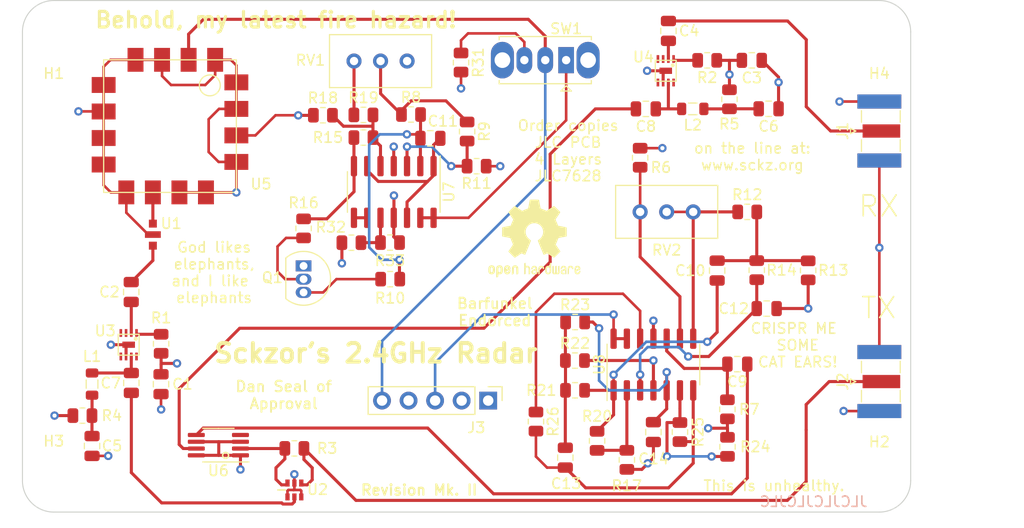
<source format=kicad_pcb>
(kicad_pcb (version 20211014) (generator pcbnew)
  (layers (0 "F.Cu" signal) (1 "In1.Cu" signal) (2 "In2.Cu" signal) (31 "B.Cu" signal) (34 "B.Paste" user) (35 "F.Paste" user) (36 "B.SilkS" user "B.Silkscreen") (37 "F.SilkS" user "F.Silkscreen") (38 "B.Mask" user) (39 "F.Mask" user) (44 "Edge.Cuts" user))
  (net 0 "")
  (net 1 "Earth")
  (net 2 "+5V")
  (net 3 "Net-(C2-Pad1)")
  (net 4 "Net-(C2-Pad2)")
  (net 5 "Net-(C4-Pad1)")
  (net 6 "Net-(C4-Pad2)")
  (net 7 "Net-(C5-Pad2)")
  (net 8 "Net-(C6-Pad2)")
  (net 9 "Net-(C7-Pad1)")
  (net 10 "Net-(C7-Pad2)")
  (net 11 "Net-(C8-Pad1)")
  (net 12 "Net-(C8-Pad2)")
  (net 13 "Net-(C9-Pad1)")
  (net 14 "Net-(C9-Pad2)")
  (net 15 "Net-(C10-Pad1)")
  (net 16 "Net-(C10-Pad2)")
  (net 17 "Net-(C11-Pad2)")
  (net 18 "Net-(C12-Pad1)")
  (net 19 "Net-(C13-Pad1)")
  (net 20 "Net-(C13-Pad2)")
  (net 21 "Net-(C14-Pad1)")
  (net 22 "Net-(AE1-Pad2)")
  (net 23 "Net-(J2-Pad1)")
  (net 24 "Net-(AE2-Pad2)")
  (net 25 "Net-(R1-Pad2)")
  (net 26 "Net-(R2-Pad2)")
  (net 27 "Net-(J3-Pad3)")
  (net 28 "Net-(R6-Pad2)")
  (net 29 "Net-(R12-Pad1)")
  (net 30 "Net-(J3-Pad5)")
  (net 31 "Net-(R17-Pad2)")
  (net 32 "Net-(R24-Pad2)")
  (net 33 "Net-(U1-Pad1)")
  (net 42 "Net-(Q1-Pad2)")
  (net 44 "Net-(R3-Pad1)")
  (net 46 "Net-(R31-Pad1)")
  (net 47 "Net-(C11-Pad1)")
  (net 48 "Net-(Q1-Pad3)")
  (net 49 "Net-(R26-Pad2)")
  (net 50 "Net-(R8-Pad1)")
  (net 51 "Net-(R11-Pad2)")
  (net 52 "Net-(R15-Pad1)")
  (net 53 "Net-(R15-Pad2)")
  (net 54 "Net-(R32-Pad2)")
  (net 55 "Net-(U7-Pad8)")
  (net 56 "Net-(SW1-Pad1)")
  (footprint "Capacitor_SMD:C_0805_2012Metric" (layer "F.Cu") (at 59.0325 33.1975)
    (fp_text reference "C11")
    (fp_text value "8 nF")
  )
  (footprint "Package_SO:MSOP-8_3x3mm_P0.65mm" (layer "F.Cu") (at 38.75 62.59 180)
    (fp_text reference "U6")
    (fp_text value "HMC213B")
  )
  (footprint "Package_SO:SOIC-14_3.9x8.7mm_P1.27mm" (layer "F.Cu") (at 80.38 54.8675 90)
    (fp_text reference "U8")
    (fp_text value "LMC6484")
  )
  (footprint "Resistor_SMD:R_0805_2012Metric" (layer "F.Cu") (at 55.1925 46.6875)
    (fp_text reference "R10")
    (fp_text value "51.1k")
  )
  (footprint "Symbol:OSHW-Logo2_9.8x8mm_SilkScreen" (layer "F.Cu") (at 68.99 42.79)
    (fp_text reference "REF**" hide)
    (fp_text value "OSHW-Logo2_9.8x8mm_SilkScreen" hide)
  )
  (footprint "MountingHole:MountingHole_2.7mm" (layer "F.Cu") (at 102 23)
    (fp_text reference "H4")
    (fp_text value "MountingHole")
  )
  (footprint "Resistor_SMD:R_0805_2012Metric" (layer "F.Cu") (at 61.97 25.94 -90)
    (fp_text reference "R31")
    (fp_text value "100k")
  )
  (footprint "Capacitor_SMD:C_0805_2012Metric" (layer "F.Cu") (at 81.8175 22.91 -90)
    (fp_text reference "C4")
    (fp_text value "100 nF")
  )
  (footprint "Resistor_SMD:R_0805_2012Metric" (layer "F.Cu") (at 63.4625 35.8675 180)
    (fp_text reference "R11")
    (fp_text value "51.1k")
  )
  (footprint "Resistor_SMD:R_0805_2012Metric" (layer "F.Cu") (at 69.14 60.33 90)
    (fp_text reference "R26")
    (fp_text value "47k")
  )
  (footprint "Capacitor_SMD:C_0805_2012Metric" (layer "F.Cu") (at 30.41 47.92 -90)
    (fp_text reference "C2")
    (fp_text value "100 nF")
  )
  (footprint "Resistor_SMD:R_0805_2012Metric" (layer "F.Cu") (at 62.5525 32.5475 -90)
    (fp_text reference "R9")
    (fp_text value "51.1k")
  )
  (footprint "Resistor_SMD:R_0805_2012Metric" (layer "F.Cu") (at 79.11 35.0575 -90)
    (fp_text reference "R6")
    (fp_text value "220")
  )
  (footprint "Capacitor_SMD:C_0805_2012Metric" (layer "F.Cu") (at 88.41 54.8275 180)
    (fp_text reference "C9")
    (fp_text value "1 uF")
  )
  (footprint "MountingHole:MountingHole_2.7mm" (layer "F.Cu") (at 23 23)
    (fp_text reference "H1")
    (fp_text value "MountingHole")
  )
  (footprint "Potentiometer_THT:Potentiometer_Bourns_3296W_Vertical" (layer "F.Cu") (at 56.81 25.7975)
    (fp_text reference "RV1")
    (fp_text value "100k")
  )
  (footprint "Resistor_SMD:R_0805_2012Metric" (layer "F.Cu") (at 90.27 45.8275 -90)
    (fp_text reference "R14")
    (fp_text value "7.15k")
  )
  (footprint "Resistor_SMD:R_0805_2012Metric" (layer "F.Cu") (at 55.1725 43.1875)
    (fp_text reference "R33")
    (fp_text value "10k")
  )
  (footprint "RadarProject:PDW06398" (layer "F.Cu") (at 46.6825 67.38125 180)
    (fp_text reference "U2")
    (fp_text value "PD2328J5050S2HF")
  )
  (footprint "RadarProject:BGU8052" (layer "F.Cu") (at 82.5625 25.73 -90)
    (fp_text reference "U4")
    (fp_text value "BGU8052")
  )
  (footprint "Package_TO_SOT_THT:TO-92L_Inline" (layer "F.Cu") (at 46.9025 45.42 -90)
    (fp_text reference "Q1")
    (fp_text value "Q_NPN_BCE")
  )
  (footprint "Resistor_SMD:R_0805_2012Metric" (layer "F.Cu") (at 95.19 45.8475 -90)
    (fp_text reference "R13")
    (fp_text value "102k")
  )
  (footprint "Capacitor_SMD:C_0805_2012Metric" (layer "F.Cu") (at 80.38 61.3375 -90)
    (fp_text reference "C14")
    (fp_text value "1 nF")
  )
  (footprint "Connector_Coaxial:SMA_Samtec_SMA-J-P-X-ST-EM1_EdgeMount" (layer "F.Cu") (at 102 56.5 90)
    (fp_text reference "J2")
    (fp_text value "Conn_Coaxial")
  )
  (footprint "Connector_Coaxial:SMA_Samtec_SMA-J-P-X-ST-EM1_EdgeMount" (layer "F.Cu") (at 102 32.5 90)
    (fp_text reference "J1")
    (fp_text value "Conn_Coaxial")
  )
  (footprint "Resistor_SMD:R_0805_2012Metric" (layer "F.Cu") (at 85.5275 25.73 180)
    (fp_text reference "R2")
    (fp_text value "5.1 k")
  )
  (footprint "Resistor_SMD:R_0805_2012Metric" (layer "F.Cu") (at 89.36 40.2475)
    (fp_text reference "R12")
    (fp_text value "8.45k")
  )
  (footprint "Resistor_SMD:R_0805_2012Metric" (layer "F.Cu") (at 87.47 62.75 -90)
    (fp_text reference "R24")
    (fp_text value "1.62k")
  )
  (footprint "Resistor_SMD:R_0805_2012Metric" (layer "F.Cu") (at 25.74 59.76)
    (fp_text reference "R4")
    (fp_text value "10")
  )
  (footprint "Connector_PinHeader_2.54mm:PinHeader_1x05_P2.54mm_Vertical" (layer "F.Cu") (at 64.57 58.32 -90)
    (fp_text reference "J3")
    (fp_text value "Conn_01x05")
  )
  (footprint "Capacitor_SMD:C_0805_2012Metric" (layer "F.Cu") (at 91.4075 30.37 180)
    (fp_text reference "C6")
    (fp_text value "10 pF")
  )
  (footprint "Resistor_SMD:R_0805_2012Metric" (layer "F.Cu") (at 46.9025 41.8275 90)
    (fp_text reference "R16")
    (fp_text value "200k")
  )
  (footprint "Package_SO:SOIC-14_3.9x8.7mm_P1.27mm" (layer "F.Cu") (at 55.5325 38.3375 -90)
    (fp_text reference "U7")
    (fp_text value "LMC6484")
  )
  (footprint "Capacitor_SMD:C_0805_2012Metric" (layer "F.Cu") (at 91.22 49.5075)
    (fp_text reference "C12")
    (fp_text value "1 nF")
  )
  (footprint "Resistor_SMD:R_0805_2012Metric" (layer "F.Cu") (at 52.6325 33.1275 180)
    (fp_text reference "R15")
    (fp_text value "1k")
  )
  (footprint "Resistor_SMD:R_0805_2012Metric" (layer "F.Cu") (at 48.7525 30.9875)
    (fp_text reference "R18")
    (fp_text value "100k")
  )
  (footprint "Resistor_SMD:R_0805_2012Metric" (layer "F.Cu") (at 51.4825 43.1975)
    (fp_text reference "R32")
    (fp_text value "10k")
  )
  (footprint "Capacitor_SMD:C_0805_2012Metric" (layer "F.Cu") (at 30.42 56.63 -90)
    (fp_text reference "C7")
    (fp_text value "100 nF")
  )
  (footprint "Resistor_SMD:R_0805_2012Metric" (layer "F.Cu") (at 77.84 63.9975 90)
    (fp_text reference "R17")
    (fp_text value "12.1k")
  )
  (footprint "Resistor_SMD:R_0805_2012Metric" (layer "F.Cu") (at 74.99 62.1775 90)
    (fp_text reference "R20")
    (fp_text value "1k")
  )
  (footprint "Resistor_SMD:R_0805_2012Metric" (layer "F.Cu") (at 72.87 54.4875)
    (fp_text reference "R22")
    (fp_text value "102k")
  )
  (footprint "Resistor_SMD:R_0805_2012Metric" (layer "F.Cu") (at 87.46 59.1575 90)
    (fp_text reference "R7")
    (fp_text value "10k")
  )
  (footprint "Inductor_SMD:L_0805_2012Metric" (layer "F.Cu") (at 84.1475 30.38 180)
    (fp_text reference "L2")
    (fp_text value "15 nH")
  )
  (footprint "Capacitor_SMD:C_0805_2012Metric" (layer "F.Cu") (at 89.7975 25.73 180)
    (fp_text reference "C3")
    (fp_text value "5.6 nF")
  )
  (footprint "Resistor_SMD:R_0805_2012Metric" (layer "F.Cu") (at 33.27 52.88 90)
    (fp_text reference "R1")
    (fp_text value "5.1 k")
  )
  (footprint "MountingHole:MountingHole_2.7mm" (layer "F.Cu") (at 23 66)
    (fp_text reference "H3")
    (fp_text value "MountingHole")
  )
  (footprint "Inductor_SMD:L_0805_2012Metric" (layer "F.Cu") (at 26.66 56.74 90)
    (fp_text reference "L1")
    (fp_text value "15 nH")
  )
  (footprint "Potentiometer_THT:Potentiometer_Bourns_3296W_Vertical" (layer "F.Cu") (at 79.11 40.2475 180)
    (fp_text reference "RV2")
    (fp_text value "10k")
  )
  (footprint "Resistor_SMD:R_0805_2012Metric" (layer "F.Cu") (at 57.1825 30.9175)
    (fp_text reference "R8")
    (fp_text value "100k")
  )
  (footprint "Resistor_SMD:R_0805_2012Metric" (layer "F.Cu") (at 82.92 61.3375 -90)
    (fp_text reference "R25")
    (fp_text value "1k")
  )
  (footprint "Capacitor_SMD:C_0805_2012Metric" (layer "F.Cu") (at 86.48 45.8675 90)
    (fp_text reference "C10")
    (fp_text value "1 nF")
  )
  (footprint "RadarProject:BGU8052" (layer "F.Cu") (at 31.165 51.97 -90)
    (fp_text reference "U3")
    (fp_text value "BGU8052")
  )
  (footprint "RadarProject:CVCO55CC-2230-2430" (layer "F.Cu") (at 40.47 38.38 180)
    (fp_text reference "U5")
    (fp_text value "CVCO55CC-2230-2430")
  )
  (footprint "Resistor_SMD:R_0805_2012Metric" (layer "F.Cu") (at 52.63 30.9575)
    (fp_text reference "R19")
    (fp_text value "100k")
  )
  (footprint "Resistor_SMD:R_0805_2012Metric" (layer "F.Cu") (at 72.89 50.7975)
    (fp_text reference "R23")
    (fp_text value "7.15k")
  )
  (footprint "Capacitor_SMD:C_0805_2012Metric" (layer "F.Cu") (at 79.6575 30.38 180)
    (fp_text reference "C8")
    (fp_text value "100 nF")
  )
  (footprint "RadarProject:TFA20C03DBER" (layer "F.Cu") (at 32.48 41.37 -90)
    (fp_text reference "U1")
    (fp_text value "AT0603T03ECATD")
  )
  (footprint "Capacitor_SMD:C_0805_2012Metric" (layer "F.Cu") (at 26.66 62.67 90)
    (fp_text reference "C5")
    (fp_text value "10 pF")
  )
  (footprint "Button_Switch_THT:SW_Slide_1P2T_CK_OS102011MS2Q" (layer "F.Cu") (at 72.03 25.71 180)
    (fp_text reference "SW1")
    (fp_text value "SW_SPDT")
  )
  (footprint "Capacitor_SMD:C_0805_2012Metric" (layer "F.Cu") (at 71.95 63.7875 90)
    (fp_text reference "C13")
    (fp_text value "1 nF")
  )
  (footprint "Capacitor_SMD:C_0805_2012Metric" (layer "F.Cu") (at 33.26 56.75 90)
    (fp_text reference "C1")
    (fp_text value "5.6 nF")
  )
  (footprint "MountingHole:MountingHole_2.7mm" (layer "F.Cu") (at 102 66)
    (fp_text reference "H2")
    (fp_text value "MountingHole")
  )
  (footprint "Resistor_SMD:R_0805_2012Metric" (layer "F.Cu") (at 87.6575 29.46 -90)
    (fp_text reference "R5")
    (fp_text value "10")
  )
  (footprint "Resistor_SMD:R_0805_2012Metric" (layer "F.Cu") (at 46.0225 62.90125)
    (fp_text reference "R3")
    (fp_text value "100")
  )
  (footprint "Resistor_SMD:R_0805_2012Metric" (layer "F.Cu") (at 72.88 57.3375 180)
    (fp_text reference "R21")
    (fp_text value "8.45k")
  )
  (gr_circle (center 39.44 63.57) (end 39.69 63.7) (layer "F.SilkS") (width 0.15) (fill none))
  (gr_circle (center 30.84 52.41) (end 30.87 52.43) (layer "F.SilkS") (width 0.15) (fill none))
  (gr_circle (center 82.23 26.21) (end 82.26 26.21) (layer "F.SilkS") (width 0.15) (fill none))
  (gr_line (start 45.16 66.88) (end 44.44 66.88) (layer "F.SilkS") (width 0.15))
  (gr_line (start 102 20) (end 23 20) (layer "Edge.Cuts") (width 0.1))
  (gr_arc (start 102 20) (mid 104.12132 20.87868) (end 105 23) (layer "Edge.Cuts") (width 0.1))
  (gr_arc (start 23 69) (mid 20.87868 68.12132) (end 20 66) (layer "Edge.Cuts") (width 0.1))
  (gr_line (start 105 23) (end 105 66) (layer "Edge.Cuts") (width 0.1))
  (gr_line (start 23 69) (end 102 69) (layer "Edge.Cuts") (width 0.1))
  (gr_arc (start 105 66) (mid 104.12132 68.12132) (end 102 69) (layer "Edge.Cuts") (width 0.1))
  (gr_line (start 20 23) (end 20 66) (layer "Edge.Cuts") (width 0.1))
  (gr_arc (start 20 23) (mid 20.87868 20.87868) (end 23 20) (layer "Edge.Cuts") (width 0.1))
  (gr_text "JLCJLCJLCJLC" (at 95.71 68) (layer "B.SilkS") (effects (font (size 1 1)) (justify mirror)))
  (gr_text "Revision Mk. II" (at 57.96 66.89) (layer "F.SilkS") (effects (font (size 1 1) (thickness 0.2))))
  (gr_text "CRISPR ME \nSOME\nCAT EARS!" (at 94.19 53.02) (layer "F.SilkS") (effects (font (size 1 1))))
  (gr_text "Sckzor's 2.4GHz Radar" (at 53.82 53.78) (layer "F.SilkS") (effects (font (size 1.778 1.778) (thickness 0.381))))
  (gr_text "This is unhealthy." (at 91.92 66.48) (layer "F.SilkS") (effects (font (size 1 1))))
  (gr_text "Behold, my latest fire hazard!" (at 44.26 21.86) (layer "F.SilkS") (effects (font (size 1.5 1.5) (thickness 0.3))))
  (gr_text "God likes\nelephants,\nand I like \nelephants\n" (at 38.34 46.05) (layer "F.SilkS") (effects (font (size 1 1))))
  (gr_text "on the line at:\nwww.sckz.org" (at 89.85 34.95) (layer "F.SilkS") (effects (font (size 1 1))))
  (gr_text "Barfunkel\nEndorced" (at 65.2 49.84) (layer "F.SilkS") (effects (font (size 1.016 1.016) (thickness 0.1778))))
  (gr_text "TX" (at 101.94 49.44) (layer "F.SilkS") (effects (font (size 2 2))))
  (gr_text "RX" (at 101.94 39.7) (layer "F.SilkS") (effects (font (size 2 2))))
  (gr_text "Dan Seal of\nApproval" (at 45 57.79) (layer "F.SilkS") (effects (font (size 1.016 1.016) (thickness 0.1778))))
  (gr_text "Order copies\nJLC PCB\n4 Layers\nJLC7628" (at 72.22 34.39) (layer "F.SilkS") (effects (font (size 1 1))))
  (segment (start 38.44 25.68) (end 39.94 25.68) (width 0.25) (layer "F.Cu") (net 1))
  (segment (start 28.46 52.97) (end 30.165 52.97) (width 0.293) (layer "F.Cu") (net 1))
  (segment (start 29.94 40.3225) (end 29.94 38.38) (width 0.25) (layer "F.Cu") (net 1))
  (segment (start 27.76 30.62) (end 27.77 30.63) (width 0.25) (layer "F.Cu") (net 1))
  (segment (start 46.5975 66.88125) (end 45.9475 66.88125) (width 0.25) (layer "F.Cu") (net 1))
  (segment (start 92.3575 27.83) (end 92.3575 30.37) (width 0.293) (layer "F.Cu") (net 1))
  (segment (start 51.73 30.945) (end 51.73 25.7975) (width 0.293) (layer "F.Cu") (net 1))
  (segment (start 45.3625 66.96625) (end 45.4475 66.88125) (width 0.25) (layer "F.Cu") (net 1))
  (segment (start 46.02 65.38) (end 46.02 66.38875) (width 0.25) (layer "F.Cu") (net 1))
  (segment (start 25.36 30.62) (end 27.76 30.62) (width 0.25) (layer "F.Cu") (net 1))
  (segment (start 29.915 53.97) (end 29.915 53.22) (width 0.293) (layer "F.Cu") (net 1))
  (segment (start 33.36 25.68) (end 33.36 27.23) (width 0.25) (layer "F.Cu") (net 1))
  (segment (start 27.77 35.71) (end 27.77 33.17) (width 0.25) (layer "F.Cu") (net 1))
  (segment (start 46.6825 66.96625) (end 46.5975 66.88125) (width 0.25) (layer "F.Cu") (net 1))
  (segment (start 55.55 38.68) (end 55.55 40.795) (width 0.293) (layer "F.Cu") (net 1))
  (segment (start 46.02 66.38875) (end 46.0225 66.39125) (width 0.25) (layer "F.Cu") (net 1))
  (segment (start 40.47 27.84) (end 40.47 30.38) (width 0.25) (layer "F.Cu") (net 1))
  (segment (start 65.72 35.87) (end 64.3775 35.87) (width 0.25) (layer "F.Cu") (net 1))
  (segment (start 38.77 35.46) (end 37.82 34.51) (width 0.25) (layer "F.Cu") (net 1))
  (segment (start 56.07 43.2025) (end 56.085 43.1875) (width 0.25) (layer "F.Cu") (net 1))
  (segment (start 28.46 38.38) (end 27.77 37.69) (width 0.25) (layer "F.Cu") (net 1))
  (segment (start 45.4475 66.88125) (end 45.9475 66.88125) (width 0.25) (layer "F.Cu") (net 1))
  (segment (start 27.77 37.69) (end 27.77 35.71) (width 0.25) (layer "F.Cu") (net 1))
  (segment (start 92.3575 27.83) (end 92.3575 27.34) (width 0.293) (layer "F.Cu") (net 1))
  (segment (start 27.77 28.09) (end 27.77 30.63) (width 0.25) (layer "F.Cu") (net 1))
  (segment (start 34.22 28.09) (end 37.5 28.09) (width 0.25) (layer "F.Cu") (net 1))
  (segment (start 46.6825 67.38125) (end 46.6825 66.96625) (width 0.25) (layer "F.Cu") (net 1))
  (segment (start 39.94 25.68) (end 40.47 26.21) (width 0.25) (layer "F.Cu") (net 1))
  (segment (start 80.38 50.67) (end 80.38 52.3925) (width 0.293) (layer "F.Cu") (net 1))
  (segment (start 36.6375 62.265) (end 38.785 62.265) (width 0.293) (layer "F.Cu") (net 1))
  (segment (start 38.785 62.265) (end 40.8625 62.265) (width 0.293) (layer "F.Cu") (net 1))
  (segment (start 51.7175 30.9575) (end 51.73 30.945) (width 0.25) (layer "F.Cu") (net 1))
  (segment (start 64.3775 35.87) (end 64.375 35.8675) (width 0.25) (layer "F.Cu") (net 1))
  (segment (start 81.3125 27.73) (end 81.3125 26.98) (width 0.293) (layer "F.Cu") (net 1))
  (segment (start 64.56 58.31) (end 64.57 58.32) (width 0.25) (layer "F.Cu") (net 1))
  (segment (start 38.44 27.15) (end 38.44 25.68) (width 0.25) (layer "F.Cu") (net 1))
  (segment (start 33.26 57.7) (end 33.26 59.16) (width 0.25) (layer "F.Cu") (net 1))
  (segment (start 32.48 42.42) (end 32.0375 42.42) (width 0.25) (layer "F.Cu") (net 1))
  (segment (start 37.56 38.38) (end 35.02 38.38) (width 0.25) (layer "F.Cu") (net 1))
  (segment (start 46.0225 66.6125) (end 46.0225 66.39125) (width 0.25) (layer "F.Cu") (net 1))
  (segment (start 40.47 26.21) (end 40.47 27.84) (width 0.25) (layer "F.Cu") (net 1))
  (segment (start 55.5325 40.8125) (end 55.5325 42.635) (width 0.293) (layer "F.Cu") (net 1))
  (segment (start 36.6375 63.565) (end 38.785 63.565) (width 0.293) (layer "F.Cu") (net 1))
  (segment (start 27.77 26.34) (end 28.43 25.68) (width 0.25) (layer "F.Cu") (net 1))
  (segment (start 79.7775 26.73) (end 79.8125 26.73) (width 0.25) (layer "F.Cu") (net 1))
  (segment (start 61.97 26.8525) (end 61.97 28.42) (width 0.25) (layer "F.Cu") (net 1))
  (segment (start 38.785 63.565) (end 40.8625 63.565) (width 0.293) (layer "F.Cu") (net 1))
  (segment (start 28.21 63.62) (end 26.66 63.62) (width 0.25) (layer "F.Cu") (net 1))
  (segment (start 55.55 40.795) (end 55.5325 40.8125) (width 0.25) (layer "F.Cu") (net 1))
  (segment (start 81.3125 26.98) (end 81.5625 26.73) (width 0.25) (layer "F.Cu") (net 1))
  (segment (start 55.5325 42.635) (end 56.085 43.1875) (width 0.293) (layer "F.Cu") (net 1))
  (segment (start 40.47 38.38) (end 40.47 35.46) (width 0.25) (layer "F.Cu") (net 1))
  (segment (start 37.5 28.09) (end 38.44 27.15) (width 0.25) (layer "F.Cu") (net 1))
  (segment (start 28.43 25.68) (end 30.82 25.68) (width 0.25) (layer "F.Cu") (net 1))
  (segment (start 38.785 62.265) (end 38.785 63.565) (width 0.293) (layer "F.Cu") (net 1))
  (segment (start 37.82 34.51) (end 37.82 31.37) (width 0.25) (layer "F.Cu") (net 1))
  (segment (start 45.3625 67.38125) (end 45.3625 66.96625) (width 0.25) (layer "F.Cu") (net 1))
  (segment (start 32.0375 42.42) (end 29.94 40.3225) (width 0.25) (layer "F.Cu") (net 1))
  (segment (start 33.36 27.23) (end 34.22 28.09) (width 0.25) (layer "F.Cu") (net 1))
  (segment (start 64.375 35.8675) (end 64.37 35.8725) (width 0.25) (layer "F.Cu") (net 1))
  (segment (start 29.915 53.22) (end 30.165 52.97) (width 0.25) (layer "F.Cu") (net 1))
  (segment (start 27.77 33.17) (end 27.77 30.63) (width 0.25) (layer "F.Cu") (net 1))
  (segment (start 40.8625 63.565) (end 40.8625 64.9175) (width 0.293) (layer "F.Cu") (net 1))
  (segment (start 40.47 35.46) (end 38.77 35.46) (width 0.25) (layer "F.Cu") (net 1))
  (segment (start 45.9475 66.88125) (end 46.0225 66.80625) (width 0.25) (layer "F.Cu") (net 1))
  (segment (start 92.3575 27.34) (end 90.7475 25.73) (width 0.293) (layer "F.Cu") (net 1))
  (segment (start 38.81 30.38) (end 40.47 30.38) (width 0.25) (layer "F.Cu") (net 1))
  (segment (start 46.0225 66.80625) (end 46.0225 66.39125) (width 0.25) (layer "F.Cu") (net 1))
  (segment (start 29.94 38.38) (end 28.46 38.38) (width 0.25) (layer "F.Cu") (net 1))
  (segment (start 79.7775 26.73) (end 81.5625 26.73) (width 0.293) (layer "F.Cu") (net 1))
  (segment (start 40.8625 64.9175) (end 40.86 64.92) (width 0.25) (layer "F.Cu") (net 1))
  (segment (start 33.26 59.16) (end 33.27 59.17) (width 0.25) (layer "F.Cu") (net 1))
  (segment (start 30.82 25.68) (end 33.36 25.68) (width 0.25) (layer "F.Cu") (net 1))
  (segment (start 40.47 38.38) (end 37.56 38.38) (width 0.25) (layer "F.Cu") (net 1))
  (segment (start 37.82 31.37) (end 38.81 30.38) (width 0.25) (layer "F.Cu") (net 1))
  (segment (start 27.77 28.09) (end 27.77 26.34) (width 0.25) (layer "F.Cu") (net 1))
  (via (at 61.97 28.42) (size 0.8) (drill 0.4) (layers "F.Cu" "B.Cu") (net 1))
  (via (at 28.46 52.97) (size 0.8) (drill 0.4) (layers "F.Cu" "B.Cu") (net 1))
  (via (at 33.27 59.17) (size 0.8) (drill 0.4) (layers "F.Cu" "B.Cu") (net 1))
  (via (at 92.3575 27.83) (size 0.8) (drill 0.4) (layers "F.Cu" "B.Cu") (net 1))
  (via (at 40.86 64.92) (size 0.8) (drill 0.4) (layers "F.Cu" "B.Cu") (net 1))
  (via (at 98.19 29.68) (size 0.8) (drill 0.4) (layers "F.Cu" "B.Cu") (net 1))
  (via (at 102 43.68) (size 0.8) (drill 0.4) (layers "F.Cu" "B.Cu") (net 1))
  (via (at 40.47 38.38) (size 0.8) (drill 0.4) (layers "F.Cu" "B.Cu") (net 1))
  (via (at 46.02 65.38) (size 0.8) (drill 0.4) (layers "F.Cu" "B.Cu") (net 1))
  (via (at 65.72 35.87) (size 0.8) (drill 0.4) (layers "F.Cu" "B.Cu") (net 1))
  (via (at 25.36 30.62) (size 0.8) (drill 0.4) (layers "F.Cu" "B.Cu") (net 1))
  (via (at 80.38 50.67) (size 0.8) (drill 0.4) (layers "F.Cu" "B.Cu") (net 1))
  (via (at 55.55 38.68) (size 0.8) (drill 0.4) (layers "F.Cu" "B.Cu") (net 1))
  (via (at 28.21 63.62) (size 0.8) (drill 0.4) (layers "F.Cu" "B.Cu") (net 1))
  (via (at 98.58 59.32) (size 0.8) (drill 0.4) (layers "F.Cu" "B.Cu") (net 1))
  (via (at 79.7775 26.73) (size 0.8) (drill 0.4) (layers "F.Cu" "B.Cu") (net 1))
  (segment (start 92.1775 49.5) (end 92.17 49.5075) (width 0.25) (layer "F.Cu") (net 2))
  (segment (start 87.6575 27.09) (end 87.6575 25.74) (width 0.293) (layer "F.Cu") (net 2))
  (segment (start 86.44 25.73) (end 87.6475 25.73) (width 0.293) (layer "F.Cu") (net 2))
  (segment (start 87.6575 27.09) (end 87.6575 28.5675) (width 0.293) (layer "F.Cu") (net 2))
  (segment (start 73.79 54.48) (end 73.7825 54.4875) (width 0.25) (layer "F.Cu") (net 2))
  (segment (start 55.53 35.86) (end 55.5325 35.8625) (width 0.25) (layer "F.Cu") (net 2))
  (segment (start 46.38 30.99) (end 46.39 31) (width 0.25) (layer "F.Cu") (net 2))
  (segment (start 80.38 63.8075) (end 79.2775 64.91) (width 0.293) (layer "F.Cu") (net 2))
  (segment (start 40.47 32.92) (end 42.29 32.92) (width 0.25) (layer "F.Cu") (net 2))
  (segment (start 33.27 53.7925) (end 33.27 54.85) (width 0.293) (layer "F.Cu") (net 2))
  (segment (start 81.24 34.14) (end 79.115 34.14) (width 0.25) (layer "F.Cu") (net 2))
  (segment (start 87.47 60.97) (end 87.47 61.8375) (width 0.293) (layer "F.Cu") (net 2))
  (segment (start 87.46 60.96) (end 87.47 60.97) (width 0.25) (layer "F.Cu") (net 2))
  (segment (start 80.38 54.48) (end 73.79 54.48) (width 0.293) (layer "F.Cu") (net 2))
  (segment (start 33.36 54.76) (end 33.27 54.85) (width 0.25) (layer "F.Cu") (net 2))
  (segment (start 80.38 57.3425) (end 80.38 54.48) (width 0.293) (layer "F.Cu") (net 2))
  (segment (start 87.6575 25.74) (end 87.6475 25.73) (width 0.25) (layer "F.Cu") (net 2))
  (segment (start 85.62 60.97) (end 87.47 60.97) (width 0.293) (layer "F.Cu") (net 2))
  (segment (start 79.2775 64.91) (end 77.84 64.91) (width 0.293) (layer "F.Cu") (net 2))
  (segment (start 34.79 54.76) (end 33.36 54.76) (width 0.293) (layer "F.Cu") (net 2))
  (segment (start 95.19 49.5) (end 95.19 46.76) (width 0.293) (layer "F.Cu") (net 2))
  (segment (start 46.39 31) (end 47.8275 31) (width 0.293) (layer "F.Cu") (net 2))
  (segment (start 80.38 62.2875) (end 80.38 63.8075) (width 0.293) (layer "F.Cu") (net 2))
  (segment (start 33.27 55.79) (end 33.26 55.8) (width 0.25) (layer "F.Cu") (net 2))
  (segment (start 44.22 30.99) (end 46.38 30.99) (width 0.25) (layer "F.Cu") (net 2))
  (segment (start 87.6475 25.73) (end 88.8475 25.73) (width 0.293) (layer "F.Cu") (net 2))
  (segment (start 95.19 49.5) (end 92.1775 49.5) (width 0.293) (layer "F.Cu") (net 2))
  (segment (start 23.07 59.76) (end 24.8275 59.76) (width 0.293) (layer "F.Cu") (net 2))
  (segment (start 33.27 54.85) (end 33.27 55.79) (width 0.293) (layer "F.Cu") (net 2))
  (segment (start 87.46 60.07) (end 87.46 60.96) (width 0.293) (layer "F.Cu") (net 2))
  (segment (start 79.115 34.14) (end 79.11 34.145) (width 0.25) (layer "F.Cu") (net 2))
  (segment (start 42.29 32.92) (end 44.22 30.99) (width 0.25) (layer "F.Cu") (net 2))
  (segment (start 50.57 45.17) (end 50.57 43.1975) (width 0.293) (layer "F.Cu") (net 2))
  (segment (start 55.53 34) (end 55.53 35.86) (width 0.293) (layer "F.Cu") (net 2))
  (segment (start 47.8275 31) (end 47.84 30.9875) (width 0.25) (layer "F.Cu") (net 2))
  (via (at 80.38 54.48) (size 0.8) (drill 0.4) (layers "F.Cu" "B.Cu") (net 2))
  (via (at 55.53 34) (size 0.8) (drill 0.4) (layers "F.Cu" "B.Cu") (net 2))
  (via (at 50.57 45.17) (size 0.8) (drill 0.4) (layers "F.Cu" "B.Cu") (net 2))
  (via (at 85.62 60.97) (size 0.8) (drill 0.4) (layers "F.Cu" "B.Cu") (net 2))
  (via (at 81.24 34.14) (size 0.8) (drill 0.4) (layers "F.Cu" "B.Cu") (net 2))
  (via (at 95.19 49.5) (size 0.8) (drill 0.4) (layers "F.Cu" "B.Cu") (net 2))
  (via (at 46.39 31) (size 0.8) (drill 0.4) (layers "F.Cu" "B.Cu") (net 2))
  (via (at 87.6575 27.09) (size 0.8) (drill 0.4) (layers "F.Cu" "B.Cu") (net 2))
  (via (at 34.79 54.76) (size 0.8) (drill 0.4) (layers "F.Cu" "B.Cu") (net 2))
  (via (at 23.07 59.76) (size 0.8) (drill 0.4) (layers "F.Cu" "B.Cu") (net 2))
  (via (at 79.84 64.33) (size 0.8) (drill 0.4) (layers "F.Cu" "B.Cu") (net 2))
  (segment (start 32.48 44.9) (end 30.41 46.97) (width 0.293) (layer "F.Cu") (net 3))
  (segment (start 32.48 43.48) (end 32.48 44.9) (width 0.293) (layer "F.Cu") (net 3))
  (segment (start 30.415 51.97) (end 30.415 48.875) (width 0.293) (layer "F.Cu") (net 4))
  (segment (start 30.415 48.875) (end 30.41 48.87) (width 0.25) (layer "F.Cu") (net 4))
  (segment (start 81.8175 21.96) (end 93.22 21.96) (width 0.293) (layer "F.Cu") (net 5))
  (segment (start 95.01 30.17) (end 97.34 32.5) (width 0.293) (layer "F.Cu") (net 5))
  (segment (start 97.34 32.5) (end 102 32.5) (width 0.293) (layer "F.Cu") (net 5))
  (segment (start 95.01 23.75) (end 95.01 30.17) (width 0.293) (layer "F.Cu") (net 5))
  (segment (start 93.22 21.96) (end 95.01 23.75) (width 0.293) (layer "F.Cu") (net 5))
  (segment (start 81.8125 23.865) (end 81.8175 23.86) (width 0.25) (layer "F.Cu") (net 6))
  (segment (start 81.8125 25.73) (end 81.8125 23.865) (width 0.293) (layer "F.Cu") (net 6))
  (segment (start 26.66 57.8025) (end 26.66 59.7525) (width 0.293) (layer "F.Cu") (net 7))
  (segment (start 26.6525 61.7125) (end 26.66 61.72) (width 0.25) (layer "F.Cu") (net 7))
  (segment (start 26.6525 59.76) (end 26.6525 61.7125) (width 0.293) (layer "F.Cu") (net 7))
  (segment (start 26.66 59.7525) (end 26.6525 59.76) (width 0.25) (layer "F.Cu") (net 7))
  (segment (start 87.66 30.37) (end 87.6575 30.3725) (width 0.25) (layer "F.Cu") (net 8))
  (segment (start 85.21 30.38) (end 87.65 30.38) (width 0.293) (layer "F.Cu") (net 8))
  (segment (start 87.65 30.38) (end 87.6575 30.3725) (width 0.25) (layer "F.Cu") (net 8))
  (segment (start 90.4575 30.37) (end 87.66 30.37) (width 0.293) (layer "F.Cu") (net 8))
  (segment (start 30.415 55.675) (end 30.42 55.68) (width 0.25) (layer "F.Cu") (net 9))
  (segment (start 30.415 53.97) (end 30.415 55.675) (width 0.293) (layer "F.Cu") (net 9))
  (segment (start 30.4175 55.6775) (end 30.42 55.68) (width 0.25) (layer "F.Cu") (net 9))
  (segment (start 26.66 55.6775) (end 30.4175 55.6775) (width 0.293) (layer "F.Cu") (net 9))
  (segment (start 44.91875 68.22775) (end 45.81225 68.22775) (width 0.293) (layer "F.Cu") (net 10))
  (segment (start 45.81225 68.22775) (end 46.0225 68.0175) (width 0.293) (layer "F.Cu") (net 10))
  (segment (start 30.42 57.58) (end 30.42 65.22) (width 0.293) (layer "F.Cu") (net 10))
  (segment (start 44.811 68.12) (end 44.91875 68.22775) (width 0.293) (layer "F.Cu") (net 10))
  (segment (start 46.0225 68.0175) (end 46.0225 67.38125) (width 0.293) (layer "F.Cu") (net 10))
  (segment (start 33.32 68.12) (end 44.811 68.12) (width 0.293) (layer "F.Cu") (net 10))
  (segment (start 30.42 65.22) (end 33.32 68.12) (width 0.293) (layer "F.Cu") (net 10))
  (segment (start 81.8175 30.38) (end 80.6075 30.38) (width 0.293) (layer "F.Cu") (net 11))
  (segment (start 83.085 30.38) (end 81.8175 30.38) (width 0.293) (layer "F.Cu") (net 11))
  (segment (start 81.8125 27.73) (end 81.8125 30.375) (width 0.293) (layer "F.Cu") (net 11))
  (segment (start 81.8175 30.38) (end 81.8125 30.375) (width 0.25) (layer "F.Cu") (net 11))
  (segment (start 70.5 45.05) (end 70.5 34.71) (width 0.293) (layer "F.Cu") (net 12))
  (segment (start 74.83 30.38) (end 78.7075 30.38) (width 0.293) (layer "F.Cu") (net 12))
  (segment (start 40.79 51.39) (end 64.16 51.39) (width 0.293) (layer "F.Cu") (net 12))
  (segment (start 35 62.53) (end 35 57.18) (width 0.293) (layer "F.Cu") (net 12))
  (segment (start 70.5 34.71) (end 74.83 30.38) (width 0.293) (layer "F.Cu") (net 12))
  (segment (start 35.385 62.915) (end 35 62.53) (width 0.293) (layer "F.Cu") (net 12))
  (segment (start 64.16 51.39) (end 70.5 45.05) (width 0.293) (layer "F.Cu") (net 12))
  (segment (start 36.6375 62.915) (end 35.385 62.915) (width 0.293) (layer "F.Cu") (net 12))
  (segment (start 35 57.18) (end 40.79 51.39) (width 0.293) (layer "F.Cu") (net 12))
  (segment (start 89.37 65.74) (end 89.37 54.8375) (width 0.293) (layer "F.Cu") (net 13))
  (segment (start 58.78 60.95) (end 65.08 67.25) (width 0.293) (layer "F.Cu") (net 13))
  (segment (start 89.37 54.8375) (end 89.36 54.8275) (width 0.25) (layer "F.Cu") (net 13))
  (segment (start 37.3025 60.95) (end 58.78 60.95) (width 0.293) (layer "F.Cu") (net 13))
  (segment (start 36.6375 61.615) (end 37.3025 60.95) (width 0.293) (layer "F.Cu") (net 13))
  (segment (start 65.08 67.25) (end 87.86 67.25) (width 0.293) (layer "F.Cu") (net 13))
  (segment (start 87.86 67.25) (end 89.37 65.74) (width 0.293) (layer "F.Cu") (net 13))
  (segment (start 87.46 54.8275) (end 87.0475 55.24) (width 0.293) (layer "F.Cu") (net 14))
  (segment (start 87.46 54.8275) (end 87.46 58.245) (width 0.293) (layer "F.Cu") (net 14))
  (segment (start 83.3225 55.24) (end 81.65 53.5675) (width 0.293) (layer "F.Cu") (net 14))
  (segment (start 87.0475 55.24) (end 83.3225 55.24) (width 0.293) (layer "F.Cu") (net 14))
  (segment (start 81.65 53.5675) (end 81.65 52.3925) (width 0.293) (layer "F.Cu") (net 14))
  (segment (start 76.57 55.8475) (end 76.57 57.3425) (width 0.25) (layer "F.Cu") (net 15))
  (segment (start 73.7925 57.3375) (end 76.565 57.3375) (width 0.293) (layer "F.Cu") (net 15))
  (segment (start 76.57 59.685) (end 76.57 57.3425) (width 0.293) (layer "F.Cu") (net 15))
  (segment (start 86.48 51.7675) (end 85.55 52.6975) (width 0.293) (layer "F.Cu") (net 15))
  (segment (start 76.565 57.3375) (end 76.57 57.3425) (width 0.25) (layer "F.Cu") (net 15))
  (segment (start 86.48 46.8175) (end 86.48 51.7675) (width 0.293) (layer "F.Cu") (net 15))
  (segment (start 74.99 61.265) (end 76.57 59.685) (width 0.293) (layer "F.Cu") (net 15))
  (via (at 76.57 55.8475) (size 0.8) (drill 0.4) (layers "F.Cu" "B.Cu") (net 15))
  (via (at 85.53 52.6875) (size 0.8) (drill 0.4) (layers "F.Cu" "B.Cu") (net 15))
  (segment (start 85.53 52.6875) (end 79.7 52.6875) (width 0.25) (layer "B.Cu") (net 15))
  (segment (start 79.7 52.6875) (end 76.57 55.8175) (width 0.25) (layer "B.Cu") (net 15))
  (segment (start 86.48 44.9175) (end 90.2675 44.9175) (width 0.293) (layer "F.Cu") (net 16))
  (segment (start 95.17 44.915) (end 95.19 44.935) (width 0.25) (layer "F.Cu") (net 16))
  (segment (start 90.27 44.915) (end 90.27 40.25) (width 0.293) (layer "F.Cu") (net 16))
  (segment (start 90.2675 44.9175) (end 90.27 44.915) (width 0.25) (layer "F.Cu") (net 16))
  (segment (start 90.27 40.25) (end 90.2725 40.2475) (width 0.25) (layer "F.Cu") (net 16))
  (segment (start 90.27 44.915) (end 95.17 44.915) (width 0.293) (layer "F.Cu") (net 16))
  (segment (start 54.052843 37.33) (end 52.9925 36.269657) (width 0.293) (layer "F.Cu") (net 17))
  (segment (start 59.3425 36.7575) (end 58.77 37.33) (width 0.293) (layer "F.Cu") (net 17))
  (segment (start 58.77 37.33) (end 54.052843 37.33) (width 0.293) (layer "F.Cu") (net 17))
  (segment (start 52.9925 36.239251) (end 52.9925 35.8625) (width 0.25) (layer "F.Cu") (net 17))
  (segment (start 59.3425 33.8375) (end 59.9825 33.1975) (width 0.293) (layer "F.Cu") (net 17))
  (segment (start 59.3425 36.239251) (end 59.3425 36.7575) (width 0.293) (layer "F.Cu") (net 17))
  (segment (start 59.3425 35.8625) (end 59.3425 33.8375) (width 0.293) (layer "F.Cu") (net 17))
  (segment (start 59.3425 35.8625) (end 59.3425 36.239251) (width 0.25) (layer "F.Cu") (net 17))
  (segment (start 52.9925 36.269657) (end 52.9925 36.239251) (width 0.293) (layer "F.Cu") (net 17))
  (segment (start 56.8025 40.8125) (end 56.8025 39.2975) (width 0.293) (layer "F.Cu") (net 17))
  (segment (start 56.8025 39.2975) (end 58.77 37.33) (width 0.293) (layer "F.Cu") (net 17))
  (segment (start 90.27 49.5075) (end 85.68 54.0975) (width 0.293) (layer "F.Cu") (net 18))
  (segment (start 85.68 54.0975) (end 83.71 54.0975) (width 0.293) (layer "F.Cu") (net 18))
  (segment (start 90.27 46.74) (end 90.27 49.5075) (width 0.293) (layer "F.Cu") (net 18))
  (segment (start 79.11 55.8375) (end 79.11 57.3425) (width 0.293) (layer "F.Cu") (net 18))
  (via (at 79.11 55.8375) (size 0.8) (drill 0.4) (layers "F.Cu" "B.Cu") (net 18))
  (via (at 83.71 54.0975) (size 0.8) (drill 0.4) (layers "F.Cu" "B.Cu") (net 18))
  (segment (start 83.71 54.0975) (end 82.809448 53.196948) (width 0.25) (layer "B.Cu") (net 18))
  (segment (start 82.809448 53.196948) (end 79.826948 53.196948) (width 0.25) (layer "B.Cu") (net 18))
  (segment (start 79.11 53.913896) (end 79.11 55.8375) (width 0.25) (layer "B.Cu") (net 18))
  (segment (start 79.826948 53.196948) (end 79.11 53.913896) (width 0.25) (layer "B.Cu") (net 18))
  (segment (start 70.2 64.74) (end 71.9475 64.74) (width 0.25) (layer "F.Cu") (net 19))
  (segment (start 71.95 64.7375) (end 73.89 66.6775) (width 0.293) (layer "F.Cu") (net 19))
  (segment (start 84.19 64.3175) (end 84.19 62.2375) (width 0.293) (layer "F.Cu") (net 19))
  (segment (start 69.14 63.68) (end 70.2 64.74) (width 0.25) (layer "F.Cu") (net 19))
  (segment (start 69.14 61.2425) (end 69.14 63.68) (width 0.25) (layer "F.Cu") (net 19))
  (segment (start 84.19 62.2375) (end 84.19 57.3425) (width 0.293) (layer "F.Cu") (net 19))
  (segment (start 71.9475 64.74) (end 71.95 64.7375) (width 0.25) (layer "F.Cu") (net 19))
  (segment (start 82.92 62.25) (end 84.1775 62.25) (width 0.293) (layer "F.Cu") (net 19))
  (segment (start 73.89 66.6775) (end 81.83 66.6775) (width 0.293) (layer "F.Cu") (net 19))
  (segment (start 84.1775 62.25) (end 84.19 62.2375) (width 0.25) (layer "F.Cu") (net 19))
  (segment (start 81.83 66.6775) (end 84.19 64.3175) (width 0.293) (layer "F.Cu") (net 19))
  (segment (start 71.9675 54.4975) (end 71.9575 54.4875) (width 0.25) (layer "F.Cu") (net 20))
  (segment (start 71.95 57.355) (end 71.9675 57.3375) (width 0.25) (layer "F.Cu") (net 20))
  (segment (start 71.9675 57.3375) (end 71.9675 54.4975) (width 0.293) (layer "F.Cu") (net 20))
  (segment (start 71.95 62.8375) (end 71.95 57.355) (width 0.293) (layer "F.Cu") (net 20))
  (segment (start 71.9575 50.8175) (end 71.9775 50.7975) (width 0.25) (layer "F.Cu") (net 20))
  (segment (start 71.9575 54.4875) (end 71.9575 50.8175) (width 0.293) (layer "F.Cu") (net 20))
  (segment (start 73.8025 50.7975) (end 74.58 50.7975) (width 0.293) (layer "F.Cu") (net 21))
  (segment (start 81.65 55.5975) (end 81.65 57.3425) (width 0.293) (layer "F.Cu") (net 21))
  (segment (start 80.38 60.3875) (end 81.65 59.1175) (width 0.293) (layer "F.Cu") (net 21))
  (segment (start 74.58 50.7975) (end 75.18 51.3975) (width 0.293) (layer "F.Cu") (net 21))
  (segment (start 81.65 59.1175) (end 81.65 57.3425) (width 0.293) (layer "F.Cu") (net 21))
  (via (at 75.18 51.3975) (size 0.8) (drill 0.4) (layers "F.Cu" "B.Cu") (net 21))
  (via (at 81.65 55.5975) (size 0.8) (drill 0.4) (layers "F.Cu" "B.Cu") (net 21))
  (segment (start 76.11 57.3375) (end 80.9325 57.3375) (width 0.25) (layer "B.Cu") (net 21))
  (segment (start 80.9325 57.3375) (end 81.65 56.62) (width 0.25) (layer "B.Cu") (net 21))
  (segment (start 75.18 51.3975) (end 75.18 56.4075) (width 0.25) (layer "B.Cu") (net 21))
  (segment (start 81.65 56.62) (end 81.65 55.5975) (width 0.25) (layer "B.Cu") (net 21))
  (segment (start 75.18 56.4075) (end 76.11 57.3375) (width 0.25) (layer "B.Cu") (net 21))
  (segment (start 98.195 29.675) (end 102 29.675) (width 0.25) (layer "F.Cu") (net 22))
  (segment (start 98.19 29.68) (end 98.195 29.675) (width 0.25) (layer "F.Cu") (net 22))
  (segment (start 102 53.675) (end 102 43.68) (width 0.25) (layer "F.Cu") (net 22))
  (segment (start 102 43.68) (end 102 35.325) (width 0.25) (layer "F.Cu") (net 22))
  (segment (start 47.73 64.76) (end 47.73 65.91) (width 0.293) (layer "F.Cu") (net 23))
  (segment (start 51.91375 67.88) (end 46.935 62.90125) (width 0.293) (layer "F.Cu") (net 23))
  (segment (start 47.73 65.91) (end 47.24875 66.39125) (width 0.293) (layer "F.Cu") (net 23))
  (segment (start 102 56.5) (end 97.2 56.5) (width 0.293) (layer "F.Cu") (net 23))
  (segment (start 93.2 67.88) (end 51.91375 67.88) (width 0.293) (layer "F.Cu") (net 23))
  (segment (start 46.935 62.90125) (end 46.935 63.965) (width 0.293) (layer "F.Cu") (net 23))
  (segment (start 46.935 63.965) (end 47.73 64.76) (width 0.293) (layer "F.Cu") (net 23))
  (segment (start 97.2 56.5) (end 95 58.7) (width 0.293) (layer "F.Cu") (net 23))
  (segment (start 95 61.13) (end 95 66.08) (width 0.293) (layer "F.Cu") (net 23))
  (segment (start 47.24875 66.39125) (end 46.6825 66.39125) (width 0.293) (layer "F.Cu") (net 23))
  (segment (start 95 66.08) (end 93.2 67.88) (width 0.293) (layer "F.Cu") (net 23))
  (segment (start 95 58.7) (end 95 61.13) (width 0.293) (layer "F.Cu") (net 23))
  (segment (start 98.585 59.325) (end 102 59.325) (width 0.25) (layer "F.Cu") (net 24))
  (segment (start 98.58 59.32) (end 98.585 59.325) (width 0.25) (layer "F.Cu") (net 24))
  (segment (start 30.915 51.97) (end 32.8925 51.97) (width 0.293) (layer "F.Cu") (net 25))
  (segment (start 32.8925 51.97) (end 32.895 51.9675) (width 0.25) (layer "F.Cu") (net 25))
  (segment (start 84.615 25.73) (end 82.3125 25.73) (width 0.293) (layer "F.Cu") (net 26))
  (segment (start 77.84 52.3925) (end 76.57 52.3925) (width 0.293) (layer "F.Cu") (net 27))
  (segment (start 76.57 50.08) (end 76.57 52.3925) (width 0.25) (layer "F.Cu") (net 27))
  (via (at 76.57 50.08) (size 0.8) (drill 0.4) (layers "F.Cu" "B.Cu") (net 27))
  (segment (start 64.11 50.08) (end 59.49 54.7) (width 0.25) (layer "B.Cu") (net 27))
  (segment (start 59.49 54.7) (end 59.49 58.32) (width 0.25) (layer "B.Cu") (net 27))
  (segment (start 76.57 50.08) (end 64.11 50.08) (width 0.25) (layer "B.Cu") (net 27))
  (segment (start 82.92 48.3675) (end 82.92 52.3925) (width 0.293) (layer "F.Cu") (net 28))
  (segment (start 79.11 40.2475) (end 79.11 35.97) (width 0.25) (layer "F.Cu") (net 28))
  (segment (start 79.11 40.2475) (end 79.11 44.5575) (width 0.293) (layer "F.Cu") (net 28))
  (segment (start 79.11 44.5575) (end 82.92 48.3675) (width 0.293) (layer "F.Cu") (net 28))
  (segment (start 88.4475 40.2475) (end 84.19 40.2475) (width 0.293) (layer "F.Cu") (net 29))
  (segment (start 81.65 40.2475) (end 84.19 40.2475) (width 0.25) (layer "F.Cu") (net 29))
  (segment (start 84.19 40.2475) (end 84.19 52.3925) (width 0.293) (layer "F.Cu") (net 29))
  (segment (start 37.32 21.8) (end 68.41 21.8) (width 0.293) (layer "F.Cu") (net 30))
  (segment (start 68.41 21.8) (end 70.03 23.42) (width 0.293) (layer "F.Cu") (net 30))
  (segment (start 35.9 25.68) (end 35.9 23.22) (width 0.293) (layer "F.Cu") (net 30))
  (segment (start 35.9 23.22) (end 37.32 21.8) (width 0.293) (layer "F.Cu") (net 30))
  (segment (start 70.03 23.42) (end 70.03 24.74) (width 0.293) (layer "F.Cu") (net 30))
  (segment (start 70.03 25.71) (end 70.03 24.74) (width 0.25) (layer "F.Cu") (net 30))
  (segment (start 70.03 25.71) (end 70.03 36.994695) (width 0.25) (layer "B.Cu") (net 30))
  (segment (start 54.41 52.614695) (end 54.41 58.32) (width 0.25) (layer "B.Cu") (net 30))
  (segment (start 70.03 36.994695) (end 54.41 52.614695) (width 0.25) (layer "B.Cu") (net 30))
  (segment (start 77.84 63.085) (end 77.84 57.3425) (width 0.293) (layer "F.Cu") (net 31))
  (segment (start 74.98 63.105) (end 75 63.085) (width 0.25) (layer "F.Cu") (net 31))
  (segment (start 75 63.085) (end 77.84 63.085) (width 0.293) (layer "F.Cu") (net 31))
  (segment (start 81.68 60.4275) (end 81.68 63.6675) (width 0.293) (layer "F.Cu") (net 32))
  (segment (start 82.92 60.425) (end 82.92 59.0775) (width 0.293) (layer "F.Cu") (net 32))
  (segment (start 82.92 59.0775) (end 82.92 57.3425) (width 0.293) (layer "F.Cu") (net 32))
  (segment (start 82.92 60.425) (end 81.6825 60.425) (width 0.293) (layer "F.Cu") (net 32))
  (segment (start 85.95 63.6775) (end 87.4475 63.6775) (width 0.293) (layer "F.Cu") (net 32))
  (segment (start 87.4475 63.6775) (end 87.45 63.675) (width 0.25) (layer "F.Cu") (net 32))
  (segment (start 81.6825 60.425) (end 81.68 60.4275) (width 0.25) (layer "F.Cu") (net 32))
  (via (at 85.95 63.6775) (size 0.8) (drill 0.4) (layers "F.Cu" "B.Cu") (net 32))
  (via (at 81.68 63.6675) (size 0.8) (drill 0.4) (layers "F.Cu" "B.Cu") (net 32))
  (segment (start 81.68 63.6675) (end 85.95 63.6675) (width 0.25) (layer "B.Cu") (net 32))
  (segment (start 32.48 41.37) (end 32.48 38.38) (width 0.293) (layer "F.Cu") (net 33))
  (segment (start 45.14 46.69) (end 46.9025 46.69) (width 0.25) (layer "F.Cu") (net 42))
  (segment (start 44.41 43.56) (end 44.41 45.96) (width 0.25) (layer "F.Cu") (net 42))
  (segment (start 46.9025 42.74) (end 45.23 42.74) (width 0.25) (layer "F.Cu") (net 42))
  (segment (start 45.23 42.74) (end 44.41 43.56) (width 0.25) (layer "F.Cu") (net 42))
  (segment (start 44.41 45.96) (end 45.14 46.69) (width 0.25) (layer "F.Cu") (net 42))
  (segment (start 44.26 65.86) (end 44.79125 66.39125) (width 0.293) (layer "F.Cu") (net 44))
  (segment (start 40.8625 62.915) (end 44.875 62.915) (width 0.293) (layer "F.Cu") (net 44))
  (segment (start 45.11 63.91) (end 44.26 64.76) (width 0.293) (layer "F.Cu") (net 44))
  (segment (start 45.11 62.90125) (end 45.11 63.91) (width 0.293) (layer "F.Cu") (net 44))
  (segment (start 44.26 64.76) (end 44.26 65.86) (width 0.293) (layer "F.Cu") (net 44))
  (segment (start 44.79125 66.39125) (end 45.3625 66.39125) (width 0.293) (layer "F.Cu") (net 44))
  (segment (start 44.875 62.915) (end 44.88 62.92) (width 0.25) (layer "F.Cu") (net 44))
  (segment (start 67.2 23.15) (end 62.64 23.15) (width 0.25) (layer "F.Cu") (net 46))
  (segment (start 68.03 23.98) (end 67.2 23.15) (width 0.25) (layer "F.Cu") (net 46))
  (segment (start 61.97 23.82) (end 61.97 25.0275) (width 0.25) (layer "F.Cu") (net 46))
  (segment (start 68.03 25.71) (end 68.03 23.98) (width 0.25) (layer "F.Cu") (net 46))
  (segment (start 62.64 23.15) (end 61.97 23.82) (width 0.25) (layer "F.Cu") (net 46))
  (segment (start 58.095 30.9175) (end 58.095 33.185) (width 0.293) (layer "F.Cu") (net 47))
  (segment (start 58.0825 35.8525) (end 58.0725 35.8625) (width 0.25) (layer "F.Cu") (net 47))
  (segment (start 58.095 33.185) (end 58.0825 33.1975) (width 0.25) (layer "F.Cu") (net 47))
  (segment (start 57.705 32.82) (end 58.0825 33.1975) (width 0.25) (layer "F.Cu") (net 47))
  (segment (start 56.0775 44.8325) (end 56.0775 46.66) (width 0.293) (layer "F.Cu") (net 47))
  (segment (start 56.0775 46.66) (end 56.105 46.6875) (width 0.25) (layer "F.Cu") (net 47))
  (segment (start 58.0825 33.1975) (end 58.0825 35.8525) (width 0.293) (layer "F.Cu") (net 47))
  (segment (start 56.79 32.82) (end 57.705 32.82) (width 0.25) (layer "F.Cu") (net 47))
  (via (at 56.79 32.82) (size 0.8) (drill 0.4) (layers "F.Cu" "B.Cu") (net 47))
  (via (at 56.0775 44.8325) (size 0.8) (drill 0.4) (layers "F.Cu" "B.Cu") (net 47))
  (segment (start 56.79 32.82) (end 54.19 32.82) (width 0.25) (layer "B.Cu") (net 47))
  (segment (start 54.3625 44.8325) (end 56.0775 44.8325) (width 0.25) (layer "B.Cu") (net 47))
  (segment (start 53.18 43.65) (end 54.3625 44.8325) (width 0.25) (layer "B.Cu") (net 47))
  (segment (start 53.18 33.83) (end 53.18 43.65) (width 0.25) (layer "B.Cu") (net 47))
  (segment (start 54.19 32.82) (end 53.18 33.83) (width 0.25) (layer "B.Cu") (net 47))
  (segment (start 54.2775 46.69) (end 54.28 46.6875) (width 0.25) (layer "F.Cu") (net 48))
  (segment (start 50.0475 46.6875) (end 48.775 47.96) (width 0.25) (layer "F.Cu") (net 48))
  (segment (start 50.0475 46.6875) (end 54.28 46.6875) (width 0.25) (layer "F.Cu") (net 48))
  (segment (start 48.775 47.96) (end 46.9025 47.96) (width 0.25) (layer "F.Cu") (net 48))
  (segment (start 77.47 48.09) (end 79.11 49.73) (width 0.25) (layer "F.Cu") (net 49))
  (segment (start 70.9 48.09) (end 77.47 48.09) (width 0.25) (layer "F.Cu") (net 49))
  (segment (start 79.11 49.73) (end 79.11 52.3925) (width 0.25) (layer "F.Cu") (net 49))
  (segment (start 69.14 49.85) (end 70.9 48.09) (width 0.25) (layer "F.Cu") (net 49))
  (segment (start 69.14 59.4175) (end 69.14 49.85) (width 0.25) (layer "F.Cu") (net 49))
  (segment (start 57.1925 29.6075) (end 56.27 30.53) (width 0.293) (layer "F.Cu") (net 50))
  (segment (start 56.27 30.9175) (end 54.2725 28.92) (width 0.293) (layer "F.Cu") (net 50))
  (segment (start 54.2725 28.92) (end 54.2725 25.7975) (width 0.293) (layer "F.Cu") (net 50))
  (segment (start 56.27 30.53) (end 56.27 30.9175) (width 0.25) (layer "F.Cu") (net 50))
  (segment (start 60.525 29.6075) (end 57.1925 29.6075) (width 0.293) (layer "F.Cu") (net 50))
  (segment (start 62.5525 31.635) (end 60.525 29.6075) (width 0.293) (layer "F.Cu") (net 50))
  (segment (start 62.5525 35.865) (end 62.55 35.8675) (width 0.25) (layer "F.Cu") (net 51))
  (segment (start 62.55 35.8675) (end 61.0325 35.8675) (width 0.293) (layer "F.Cu") (net 51))
  (segment (start 56.8025 33.9975) (end 56.8025 35.8625) (width 0.293) (layer "F.Cu") (net 51))
  (segment (start 62.5525 33.46) (end 62.5525 35.865) (width 0.293) (layer "F.Cu") (net 51))
  (via (at 61.0325 35.8675) (size 0.8) (drill 0.4) (layers "F.Cu" "B.Cu") (net 51))
  (via (at 56.8025 33.9975) (size 0.8) (drill 0.4) (layers "F.Cu" "B.Cu") (net 51))
  (segment (start 61.0325 35.8675) (end 59.1625 33.9975) (width 0.25) (layer "B.Cu") (net 51))
  (segment (start 59.1625 33.9975) (end 56.8025 33.9975) (width 0.25) (layer "B.Cu") (net 51))
  (segment (start 53.5425 30.9575) (end 53.5425 31.9375) (width 0.293) (layer "F.Cu") (net 52))
  (segment (start 54.2625 35.8625) (end 54.2625 33.935) (width 0.293) (layer "F.Cu") (net 52))
  (segment (start 53.4975 31.9825) (end 53.5425 31.9375) (width 0.25) (layer "F.Cu") (net 52))
  (segment (start 53.5425 33.215) (end 53.545 33.2175) (width 0.25) (layer "F.Cu") (net 52))
  (segment (start 50.7175 32.04) (end 53.44 32.04) (width 0.293) (layer "F.Cu") (net 52))
  (segment (start 49.665 30.9875) (end 50.7175 32.04) (width 0.293) (layer "F.Cu") (net 52))
  (segment (start 54.2625 33.935) (end 53.545 33.2175) (width 0.293) (layer "F.Cu") (net 52))
  (segment (start 53.44 32.04) (end 53.4975 31.9825) (width 0.293) (layer "F.Cu") (net 52))
  (segment (start 53.5425 31.9375) (end 53.5425 33.215) (width 0.293) (layer "F.Cu") (net 52))
  (segment (start 49.125 40.915) (end 51.7325 38.3075) (width 0.293) (layer "F.Cu") (net 53))
  (segment (start 46.9025 40.915) (end 49.125 40.915) (width 0.293) (layer "F.Cu") (net 53))
  (segment (start 51.7225 35.8625) (end 51.7225 33.22) (width 0.293) (layer "F.Cu") (net 53))
  (segment (start 51.7325 35.8725) (end 51.7225 35.8625) (width 0.25) (layer "F.Cu") (net 53))
  (segment (start 51.7325 38.3075) (end 51.7325 35.8725) (width 0.293) (layer "F.Cu") (net 53))
  (segment (start 51.7225 33.22) (end 51.72 33.2175) (width 0.25) (layer "F.Cu") (net 53))
  (segment (start 52.405 43.1875) (end 52.395 43.1975) (width 0.25) (layer "F.Cu") (net 54))
  (segment (start 54.26 43.1875) (end 52.405 43.1875) (width 0.293) (layer "F.Cu") (net 54))
  (segment (start 54.2625 40.8125) (end 54.2625 43.185) (width 0.293) (layer "F.Cu") (net 54))
  (segment (start 54.2625 43.185) (end 54.26 43.1875) (width 0.25) (layer "F.Cu") (net 54))
  (segment (start 51.7225 40.8125) (end 52.9925 40.8125) (width 0.293) (layer "F.Cu") (net 55))
  (segment (start 62.6875 40.8125) (end 59.3425 40.8125) (width 0.25) (layer "F.Cu") (net 56))
  (segment (start 72.03 31.47) (end 62.6875 40.8125) (width 0.25) (layer "F.Cu") (net 56))
  (segment (start 72.03 25.71) (end 72.03 31.47) (width 0.25) (layer "F.Cu") (net 56))
  (segment (start 58.0725 40.8125) (end 59.3425 40.8125) (width 0.293) (layer "F.Cu") (net 56))
)
</source>
